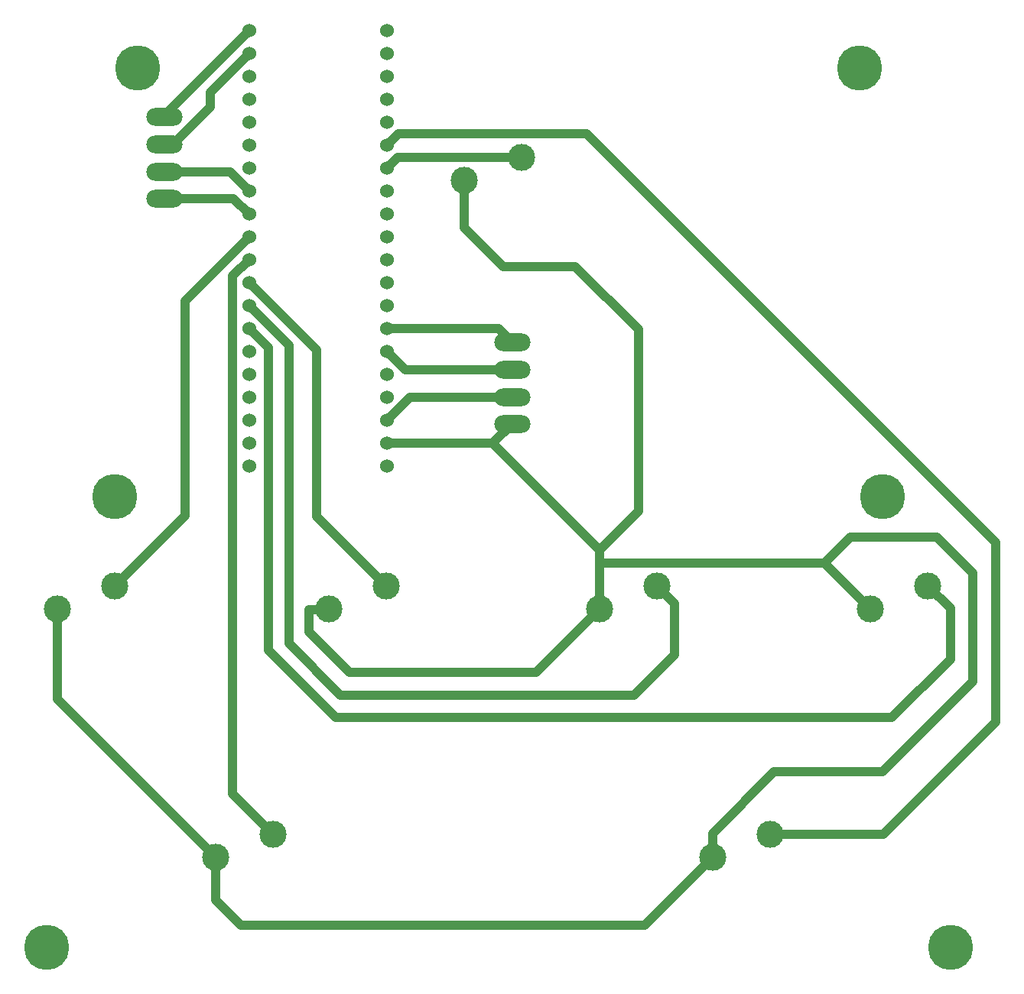
<source format=gbl>
G04 Layer: BottomLayer*
G04 EasyEDA v6.5.48, 2025-04-04 07:46:01*
G04 4687ed6ded954ee48c47ff8f5e5d54f1,b35f8af89abf434ebf5b09c67136b050,10*
G04 Gerber Generator version 0.2*
G04 Scale: 100 percent, Rotated: No, Reflected: No *
G04 Dimensions in millimeters *
G04 leading zeros omitted , absolute positions ,4 integer and 5 decimal *
%FSLAX45Y45*%
%MOMM*%

%ADD10C,1.0000*%
%ADD11O,3.9999919999999998X1.9999959999999999*%
%ADD12C,1.5240*%
%ADD13C,3.0000*%
%ADD14C,5.0000*%

%LPD*%
D10*
X8119109Y1753870D02*
G01*
X7364984Y999997D01*
X2899918Y999997D01*
X2618993Y1280921D01*
X2618993Y1753870D01*
X3868927Y4503928D02*
G01*
X3649992Y4499990D01*
X3649979Y4249928D01*
X4100068Y3800094D01*
X6165088Y3800094D01*
X6868922Y4503928D01*
X7503922Y4757928D02*
G01*
X7700009Y4561839D01*
X7700009Y3999992D01*
X7249922Y3549904D01*
X3999991Y3549904D01*
X3427222Y4122673D01*
X3427222Y7425689D01*
X2988056Y7864855D01*
X10503915Y4757928D02*
G01*
X10750041Y4511802D01*
X10750041Y3949954D01*
X10100056Y3299968D01*
X3949954Y3299968D01*
X3199891Y4050029D01*
X3199891Y7399020D01*
X2988056Y7610855D01*
X8119109Y1753870D02*
G01*
X8119109Y2019045D01*
X8800084Y2700020D01*
X9999979Y2700020D01*
X10999977Y3700018D01*
X10999977Y4899913D01*
X10599927Y5299963D01*
X9643872Y5299963D01*
X9358375Y5014468D01*
X5369001Y9253956D02*
G01*
X5369001Y8730970D01*
X5799988Y8299983D01*
X6599986Y8299983D01*
X7299985Y7599984D01*
X7299985Y5588561D01*
X6868919Y5157495D01*
X5685457Y6340957D02*
G01*
X6868919Y5157495D01*
X6868919Y5014518D01*
X5685457Y6340957D02*
G01*
X4512002Y6340957D01*
X5899985Y6555486D02*
G01*
X5685457Y6340957D01*
X8754109Y2007870D02*
G01*
X10008108Y2007870D01*
X11249913Y3249929D01*
X11249913Y5245354D01*
X6726681Y9768586D01*
X4637786Y9768586D01*
X4512056Y9642855D01*
X2049980Y9957180D02*
G01*
X2049980Y9974935D01*
X2988002Y10912957D01*
X2049980Y9652380D02*
G01*
X2143782Y9652380D01*
X2560368Y10068966D01*
X2560368Y10231323D01*
X2988002Y10658957D01*
X2049980Y9347580D02*
G01*
X2775379Y9347580D01*
X2988002Y9134957D01*
X2049980Y9055480D02*
G01*
X2813479Y9055480D01*
X2988002Y8880957D01*
X1503931Y4757928D02*
G01*
X2281552Y5535548D01*
X2281552Y7920507D01*
X2988002Y8626957D01*
X3253991Y2007996D02*
G01*
X2807230Y2454757D01*
X2807230Y8192185D01*
X2988002Y8372957D01*
X4503925Y4757928D02*
G01*
X3734178Y5527675D01*
X3734178Y7372781D01*
X2988002Y8118957D01*
X6868919Y5014518D02*
G01*
X6868919Y4503928D01*
X868931Y4503928D02*
G01*
X868931Y3504056D01*
X2618991Y1753996D01*
X9868913Y4503928D02*
G01*
X9358322Y5014518D01*
X6868919Y5014518D01*
X5899985Y6847586D02*
G01*
X4764631Y6847586D01*
X4512002Y6594957D01*
X5899985Y7152386D02*
G01*
X4716574Y7152386D01*
X4512002Y7356957D01*
X5899985Y7457186D02*
G01*
X5746214Y7610957D01*
X4512002Y7610957D01*
X6003998Y9507956D02*
G01*
X4631001Y9507956D01*
X4512002Y9388957D01*
D11*
G01*
X2049983Y9055480D03*
G01*
X2049983Y9347580D03*
G01*
X2049983Y9652380D03*
G01*
X2049983Y9957180D03*
G01*
X5899988Y6555486D03*
G01*
X5899988Y6847586D03*
G01*
X5899988Y7152386D03*
G01*
X5899988Y7457186D03*
D12*
G01*
X4512005Y10912957D03*
G01*
X4512005Y10658957D03*
G01*
X4512005Y10404957D03*
G01*
X4512005Y10150957D03*
G01*
X4512005Y9896957D03*
G01*
X4512005Y9642957D03*
G01*
X4512005Y9388957D03*
G01*
X4512005Y9134957D03*
G01*
X4512005Y8880957D03*
G01*
X4512005Y8626957D03*
G01*
X4512005Y8372957D03*
G01*
X4512005Y8118957D03*
G01*
X4512005Y7864957D03*
G01*
X4512005Y7610957D03*
G01*
X4512005Y7356957D03*
G01*
X4512005Y7102957D03*
G01*
X4512005Y6848957D03*
G01*
X4512005Y6594957D03*
G01*
X4512005Y6340957D03*
G01*
X4512005Y6086957D03*
G01*
X2988005Y6086957D03*
G01*
X2988005Y6340957D03*
G01*
X2988005Y6594957D03*
G01*
X2988005Y6848957D03*
G01*
X2988005Y7102957D03*
G01*
X2988005Y7356957D03*
G01*
X2988005Y7610957D03*
G01*
X2988005Y7864957D03*
G01*
X2988005Y8118957D03*
G01*
X2988005Y8372957D03*
G01*
X2988005Y8626957D03*
G01*
X2988005Y8880957D03*
G01*
X2988005Y9134957D03*
G01*
X2988005Y9388957D03*
G01*
X2988005Y9642957D03*
G01*
X2988005Y9896957D03*
G01*
X2988005Y10150957D03*
G01*
X2988005Y10404957D03*
G01*
X2988005Y10658957D03*
G01*
X2988005Y10912957D03*
D13*
G01*
X3253993Y2007996D03*
G01*
X2618993Y1753996D03*
G01*
X8753983Y2007996D03*
G01*
X8118983Y1753996D03*
G01*
X1503934Y4757928D03*
G01*
X868934Y4503928D03*
G01*
X4503927Y4757928D03*
G01*
X3868927Y4503928D03*
G01*
X7503922Y4757928D03*
G01*
X6868922Y4503928D03*
G01*
X10503915Y4757928D03*
G01*
X9868915Y4503928D03*
G01*
X6004001Y9507956D03*
G01*
X5369001Y9253956D03*
D14*
G01*
X9999979Y5749975D03*
G01*
X1499996Y5749975D03*
G01*
X9749993Y10499979D03*
G01*
X1750009Y10499979D03*
G01*
X750011Y749985D03*
G01*
X10749991Y749985D03*
M02*

</source>
